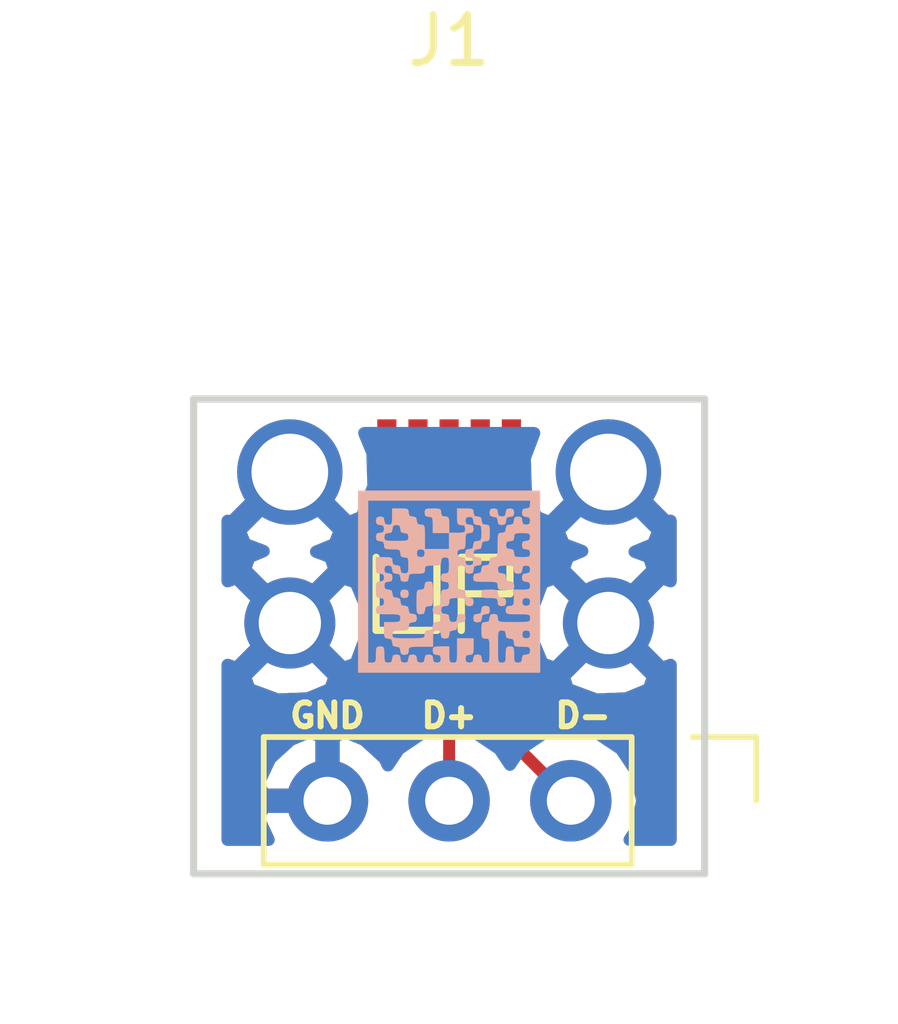
<source format=kicad_pcb>
(kicad_pcb (version 4) (host pcbnew 4.0.7)

  (general
    (links 8)
    (no_connects 0)
    (area 140.539 98.229 159.689 119.809619)
    (thickness 1.6)
    (drawings 7)
    (tracks 7)
    (zones 0)
    (modules 3)
    (nets 5)
  )

  (page A4)
  (layers
    (0 F.Cu signal)
    (31 B.Cu signal)
    (32 B.Adhes user)
    (33 F.Adhes user)
    (34 B.Paste user)
    (35 F.Paste user)
    (36 B.SilkS user)
    (37 F.SilkS user)
    (38 B.Mask user)
    (39 F.Mask user)
    (40 Dwgs.User user)
    (41 Cmts.User user)
    (42 Eco1.User user)
    (43 Eco2.User user)
    (44 Edge.Cuts user)
    (45 Margin user)
    (46 B.CrtYd user)
    (47 F.CrtYd user)
    (48 B.Fab user)
    (49 F.Fab user)
  )

  (setup
    (last_trace_width 0.25)
    (trace_clearance 0.2)
    (zone_clearance 0.508)
    (zone_45_only no)
    (trace_min 0.2)
    (segment_width 0.2)
    (edge_width 0.15)
    (via_size 0.6)
    (via_drill 0.4)
    (via_min_size 0.4)
    (via_min_drill 0.3)
    (uvia_size 0.3)
    (uvia_drill 0.1)
    (uvias_allowed no)
    (uvia_min_size 0.2)
    (uvia_min_drill 0.1)
    (pcb_text_width 0.3)
    (pcb_text_size 1.5 1.5)
    (mod_edge_width 0.15)
    (mod_text_size 1 1)
    (mod_text_width 0.15)
    (pad_size 1.524 1.524)
    (pad_drill 0.762)
    (pad_to_mask_clearance 0.2)
    (aux_axis_origin 0 0)
    (visible_elements 7FFFFFFF)
    (pcbplotparams
      (layerselection 0x010f0_80000001)
      (usegerberextensions true)
      (excludeedgelayer true)
      (linewidth 0.100000)
      (plotframeref false)
      (viasonmask false)
      (mode 1)
      (useauxorigin false)
      (hpglpennumber 1)
      (hpglpenspeed 20)
      (hpglpendiameter 15)
      (hpglpenoverlay 2)
      (psnegative false)
      (psa4output false)
      (plotreference true)
      (plotvalue true)
      (plotinvisibletext false)
      (padsonsilk false)
      (subtractmaskfromsilk false)
      (outputformat 1)
      (mirror false)
      (drillshape 0)
      (scaleselection 1)
      (outputdirectory Gerbers/1.0/))
  )

  (net 0 "")
  (net 1 GND)
  (net 2 "Net-(J1-Pad3)")
  (net 3 "Net-(J1-Pad2)")
  (net 4 "Net-(J1-Pad1)")

  (net_class Default "This is the default net class."
    (clearance 0.2)
    (trace_width 0.25)
    (via_dia 0.6)
    (via_drill 0.4)
    (uvia_dia 0.3)
    (uvia_drill 0.1)
    (add_net GND)
    (add_net "Net-(J1-Pad1)")
    (add_net "Net-(J1-Pad2)")
    (add_net "Net-(J1-Pad3)")
  )

  (module Pin_Headers:Pin_Header_Straight_1x04_Pitch2.54mm (layer F.Cu) (tedit 5BCA7B45) (tstamp 5BCA702E)
    (at 155.194 115.062 270)
    (descr "Through hole straight pin header, 1x04, 2.54mm pitch, single row")
    (tags "Through hole pin header THT 1x04 2.54mm single row")
    (path /5BCA6928)
    (fp_text reference J2 (at -2.54 4.064 360) (layer F.SilkS) hide
      (effects (font (size 1 1) (thickness 0.15)))
    )
    (fp_text value Conn_01x04 (at 0 9.95 270) (layer F.Fab)
      (effects (font (size 1 1) (thickness 0.15)))
    )
    (fp_line (start -0.635 -1.27) (end 1.27 -1.27) (layer F.Fab) (width 0.1))
    (fp_line (start 1.27 -1.27) (end 1.27 8.89) (layer F.Fab) (width 0.1))
    (fp_line (start 1.27 8.89) (end -1.27 8.89) (layer F.Fab) (width 0.1))
    (fp_line (start -1.27 8.89) (end -1.27 -0.635) (layer F.Fab) (width 0.1))
    (fp_line (start -1.27 -0.635) (end -0.635 -1.27) (layer F.Fab) (width 0.1))
    (fp_line (start -1.33 8.95) (end 1.33 8.95) (layer F.SilkS) (width 0.12))
    (fp_line (start -1.33 1.27) (end -1.33 8.95) (layer F.SilkS) (width 0.12))
    (fp_line (start 1.33 1.27) (end 1.33 8.95) (layer F.SilkS) (width 0.12))
    (fp_line (start -1.33 1.27) (end 1.33 1.27) (layer F.SilkS) (width 0.12))
    (fp_line (start -1.33 0) (end -1.33 -1.33) (layer F.SilkS) (width 0.12))
    (fp_line (start -1.33 -1.33) (end 0 -1.33) (layer F.SilkS) (width 0.12))
    (fp_line (start -1.8 -1.8) (end -1.8 9.4) (layer F.CrtYd) (width 0.05))
    (fp_line (start -1.8 9.4) (end 1.8 9.4) (layer F.CrtYd) (width 0.05))
    (fp_line (start 1.8 9.4) (end 1.8 -1.8) (layer F.CrtYd) (width 0.05))
    (fp_line (start 1.8 -1.8) (end -1.8 -1.8) (layer F.CrtYd) (width 0.05))
    (fp_text user %R (at 0 3.81 360) (layer F.Fab)
      (effects (font (size 1 1) (thickness 0.15)))
    )
    (pad 2 thru_hole oval (at 0 2.54 270) (size 1.7 1.7) (drill 1) (layers *.Cu *.Mask)
      (net 3 "Net-(J1-Pad2)"))
    (pad 3 thru_hole oval (at 0 5.08 270) (size 1.7 1.7) (drill 1) (layers *.Cu *.Mask)
      (net 2 "Net-(J1-Pad3)"))
    (pad 4 thru_hole oval (at 0 7.62 270) (size 1.7 1.7) (drill 1) (layers *.Cu *.Mask)
      (net 1 GND))
    (model ${KISYS3DMOD}/Pin_Headers.3dshapes/Pin_Header_Straight_1x04_Pitch2.54mm.wrl
      (at (xyz 0 0 0))
      (scale (xyz 1 1 1))
      (rotate (xyz 0 0 0))
    )
  )

  (module USBVERT:USB_MICROB_MALE_VERTICAL (layer F.Cu) (tedit 5BCA6D6F) (tstamp 5BCA7026)
    (at 150.114 108.204 180)
    (path /5BCA67E9)
    (fp_text reference J1 (at 0 9 180) (layer F.SilkS)
      (effects (font (size 1 1) (thickness 0.15)))
    )
    (fp_text value USB_OTG (at 0 -9 180) (layer F.Fab)
      (effects (font (size 1 1) (thickness 0.15)))
    )
    (fp_line (start -1.27 -1.778) (end -0.254 -1.778) (layer F.SilkS) (width 0.15))
    (fp_line (start -0.254 -1.778) (end -0.254 -3.302) (layer F.SilkS) (width 0.15))
    (fp_line (start -0.254 -3.302) (end -0.254 -2.54) (layer F.SilkS) (width 0.15))
    (fp_line (start -0.254 -2.54) (end -1.27 -2.54) (layer F.SilkS) (width 0.15))
    (fp_line (start -1.27 -2.54) (end -1.27 -1.778) (layer F.SilkS) (width 0.15))
    (fp_line (start 1.524 -1.778) (end 1.524 -3.302) (layer F.SilkS) (width 0.15))
    (fp_line (start 1.524 -3.302) (end 0.254 -3.302) (layer F.SilkS) (width 0.15))
    (fp_line (start 0.254 -3.302) (end 0.254 -1.778) (layer F.SilkS) (width 0.15))
    (pad "" np_thru_hole circle (at 8.275 -2.23 180) (size 2.2 2.2) (drill 2.2) (layers *.Cu *.Mask))
    (pad 6 thru_hole circle (at 3.325 -3.15 180) (size 1.9 1.9) (drill 1.3) (layers *.Cu *.Mask)
      (net 1 GND))
    (pad 6 thru_hole circle (at 3.325 0 180) (size 2.2 2.2) (drill 1.6) (layers *.Cu *.Mask)
      (net 1 GND))
    (pad 5 smd rect (at 1.3 0 180) (size 0.4 2.2) (layers F.Cu F.Paste F.Mask)
      (net 1 GND))
    (pad 4 smd rect (at 0.65 0 180) (size 0.4 2.2) (layers F.Cu F.Paste F.Mask)
      (net 1 GND))
    (pad 3 smd rect (at 0 0 180) (size 0.4 2.2) (layers F.Cu F.Paste F.Mask)
      (net 2 "Net-(J1-Pad3)"))
    (pad 2 smd rect (at -0.65 0 180) (size 0.4 2.2) (layers F.Cu F.Paste F.Mask)
      (net 3 "Net-(J1-Pad2)"))
    (pad 1 smd rect (at -1.3 0 180) (size 0.4 2.2) (layers F.Cu F.Paste F.Mask)
      (net 4 "Net-(J1-Pad1)"))
    (pad 6 thru_hole circle (at -3.325 0 180) (size 2.2 2.2) (drill 1.6) (layers *.Cu *.Mask)
      (net 1 GND))
    (pad 6 thru_hole circle (at -3.325 -3.15 180) (size 1.9 1.9) (drill 1.3) (layers *.Cu *.Mask)
      (net 1 GND))
    (pad "" np_thru_hole circle (at -8.275 -2.23 180) (size 2.2 2.2) (drill 2.2) (layers *.Cu *.Mask))
  )

  (module USBVERT:QR_Code (layer B.Cu) (tedit 0) (tstamp 5BCA7B9A)
    (at 150.114 110.49)
    (fp_text reference G*** (at 0 0) (layer B.SilkS) hide
      (effects (font (thickness 0.3)) (justify mirror))
    )
    (fp_text value LOGO (at 0.75 0) (layer B.SilkS) hide
      (effects (font (thickness 0.3)) (justify mirror))
    )
    (fp_poly (pts (xy 1.896533 -1.896533) (xy -1.896533 -1.896533) (xy -1.896533 1.693333) (xy -1.693333 1.693333)
      (xy -1.693333 -1.693333) (xy 1.693333 -1.693333) (xy 1.693333 -1.608666) (xy 1.679345 -1.544218)
      (xy 1.624269 -1.524357) (xy 1.608666 -1.524) (xy 1.544218 -1.510012) (xy 1.524357 -1.454936)
      (xy 1.524 -1.439333) (xy 1.537988 -1.374884) (xy 1.593064 -1.355024) (xy 1.608666 -1.354667)
      (xy 1.673115 -1.340679) (xy 1.692976 -1.285603) (xy 1.693333 -1.27) (xy 1.679345 -1.205551)
      (xy 1.624269 -1.185691) (xy 1.608666 -1.185333) (xy 1.544218 -1.199321) (xy 1.524357 -1.254397)
      (xy 1.524 -1.27) (xy 1.510012 -1.334449) (xy 1.454936 -1.354309) (xy 1.439333 -1.354667)
      (xy 1.374884 -1.340679) (xy 1.355024 -1.285603) (xy 1.354667 -1.27) (xy 1.340679 -1.205551)
      (xy 1.285603 -1.185691) (xy 1.27 -1.185333) (xy 1.205551 -1.171345) (xy 1.185691 -1.116269)
      (xy 1.185333 -1.100667) (xy 1.171345 -1.036218) (xy 1.116269 -1.016357) (xy 1.100667 -1.016)
      (xy 1.057601 -1.012834) (xy 1.032358 -0.993826) (xy 1.02018 -0.944708) (xy 1.016311 -0.851213)
      (xy 1.016 -0.762) (xy 1.185333 -0.762) (xy 1.199321 -0.826449) (xy 1.254397 -0.846309)
      (xy 1.27 -0.846667) (xy 1.334449 -0.860654) (xy 1.354309 -0.91573) (xy 1.354667 -0.931333)
      (xy 1.360157 -0.981582) (xy 1.388175 -1.00665) (xy 1.456042 -1.015198) (xy 1.524 -1.016)
      (xy 1.624497 -1.013255) (xy 1.674633 -0.999246) (xy 1.691729 -0.965312) (xy 1.693333 -0.931333)
      (xy 1.679345 -0.866884) (xy 1.624269 -0.847024) (xy 1.608666 -0.846667) (xy 1.544218 -0.832679)
      (xy 1.524357 -0.777603) (xy 1.524 -0.762) (xy 1.537988 -0.697551) (xy 1.593064 -0.677691)
      (xy 1.608666 -0.677333) (xy 1.673115 -0.663345) (xy 1.692976 -0.608269) (xy 1.693333 -0.592667)
      (xy 1.687843 -0.542418) (xy 1.659825 -0.51735) (xy 1.591957 -0.508802) (xy 1.524 -0.508)
      (xy 1.423502 -0.510745) (xy 1.373366 -0.524754) (xy 1.356271 -0.558688) (xy 1.354667 -0.592667)
      (xy 1.340679 -0.657115) (xy 1.285603 -0.676976) (xy 1.27 -0.677333) (xy 1.205551 -0.691321)
      (xy 1.185691 -0.746397) (xy 1.185333 -0.762) (xy 1.016 -0.762) (xy 1.014945 -0.632805)
      (xy 1.008609 -0.557074) (xy 0.992236 -0.520539) (xy 0.961071 -0.508934) (xy 0.931333 -0.508)
      (xy 0.866884 -0.494012) (xy 0.847024 -0.438936) (xy 0.846667 -0.423333) (xy 0.832679 -0.358884)
      (xy 0.777603 -0.339024) (xy 0.762 -0.338667) (xy 0.697551 -0.324679) (xy 0.677691 -0.269603)
      (xy 0.677333 -0.254) (xy 0.663345 -0.189551) (xy 0.608269 -0.169691) (xy 0.592667 -0.169333)
      (xy 0.528218 -0.155345) (xy 0.508357 -0.100269) (xy 0.508 -0.084666) (xy 0.511165 -0.041601)
      (xy 0.530173 -0.016358) (xy 0.579291 -0.00418) (xy 0.672786 -0.000311) (xy 0.762 0)
      (xy 0.891195 0.001055) (xy 0.966926 0.007391) (xy 1.003461 0.023764) (xy 1.015066 0.054929)
      (xy 1.016 0.084667) (xy 1.02149 0.134916) (xy 1.049508 0.159984) (xy 1.117376 0.168531)
      (xy 1.185333 0.169334) (xy 1.285831 0.166588) (xy 1.335967 0.152579) (xy 1.353062 0.118646)
      (xy 1.354667 0.084667) (xy 1.340679 0.020218) (xy 1.285603 0.000358) (xy 1.27 0)
      (xy 1.205551 -0.013988) (xy 1.185691 -0.069064) (xy 1.185333 -0.084666) (xy 1.171345 -0.149115)
      (xy 1.116269 -0.168976) (xy 1.100667 -0.169333) (xy 1.036218 -0.183321) (xy 1.016357 -0.238397)
      (xy 1.016 -0.254) (xy 1.02149 -0.304249) (xy 1.049508 -0.329317) (xy 1.117376 -0.337864)
      (xy 1.185333 -0.338667) (xy 1.285831 -0.335921) (xy 1.335967 -0.321912) (xy 1.353062 -0.287979)
      (xy 1.354667 -0.254) (xy 1.368654 -0.189551) (xy 1.42373 -0.169691) (xy 1.439333 -0.169333)
      (xy 1.503782 -0.183321) (xy 1.523642 -0.238397) (xy 1.524 -0.254) (xy 1.537988 -0.318449)
      (xy 1.593064 -0.338309) (xy 1.608666 -0.338667) (xy 1.673115 -0.324679) (xy 1.692976 -0.269603)
      (xy 1.693333 -0.254) (xy 1.679345 -0.189551) (xy 1.624269 -0.169691) (xy 1.608666 -0.169333)
      (xy 1.544218 -0.155345) (xy 1.524357 -0.100269) (xy 1.524 -0.084666) (xy 1.537988 -0.020218)
      (xy 1.593064 -0.000357) (xy 1.608666 0) (xy 1.673115 0.013988) (xy 1.692976 0.069064)
      (xy 1.693333 0.084667) (xy 1.687843 0.134916) (xy 1.659825 0.159984) (xy 1.591957 0.168531)
      (xy 1.524 0.169334) (xy 1.354667 0.169334) (xy 1.354667 0.338667) (xy 1.352354 0.423333)
      (xy 1.524 0.423333) (xy 1.537988 0.358885) (xy 1.593064 0.339024) (xy 1.608666 0.338667)
      (xy 1.673115 0.352655) (xy 1.692976 0.407731) (xy 1.693333 0.423333) (xy 1.679345 0.487782)
      (xy 1.624269 0.507643) (xy 1.608666 0.508) (xy 1.544218 0.494012) (xy 1.524357 0.438936)
      (xy 1.524 0.423333) (xy 1.352354 0.423333) (xy 1.351921 0.439164) (xy 1.337912 0.4893)
      (xy 1.303979 0.506396) (xy 1.27 0.508) (xy 1.205551 0.521988) (xy 1.185691 0.577064)
      (xy 1.185333 0.592667) (xy 1.188499 0.635732) (xy 1.207507 0.660976) (xy 1.256625 0.673154)
      (xy 1.35012 0.677022) (xy 1.439333 0.677333) (xy 1.568528 0.678389) (xy 1.644259 0.684725)
      (xy 1.680794 0.701097) (xy 1.692399 0.732262) (xy 1.693333 0.762) (xy 1.691272 0.800423)
      (xy 1.676845 0.825003) (xy 1.637685 0.838834) (xy 1.561425 0.845006) (xy 1.435701 0.846611)
      (xy 1.354667 0.846667) (xy 1.200977 0.846152) (xy 1.102654 0.842545) (xy 1.047332 0.832755)
      (xy 1.022644 0.81369) (xy 1.016224 0.782259) (xy 1.016 0.762) (xy 1.002012 0.697551)
      (xy 0.946936 0.677691) (xy 0.931333 0.677333) (xy 0.866884 0.691321) (xy 0.847024 0.746397)
      (xy 0.846667 0.762) (xy 0.832679 0.826449) (xy 0.777603 0.846309) (xy 0.762 0.846667)
      (xy 0.711751 0.852157) (xy 0.686683 0.880175) (xy 0.678135 0.948043) (xy 0.677333 1.016)
      (xy 0.680078 1.116498) (xy 0.694087 1.166634) (xy 0.728021 1.183729) (xy 0.762 1.185333)
      (xy 0.805065 1.188499) (xy 0.830309 1.207507) (xy 0.842487 1.256625) (xy 0.846355 1.35012)
      (xy 0.84637 1.354667) (xy 1.016 1.354667) (xy 1.016515 1.200977) (xy 1.020122 1.102654)
      (xy 1.029912 1.047332) (xy 1.048977 1.022644) (xy 1.080408 1.016224) (xy 1.100667 1.016)
      (xy 1.165115 1.029988) (xy 1.184976 1.085064) (xy 1.185333 1.100667) (xy 1.524 1.100667)
      (xy 1.537988 1.036218) (xy 1.593064 1.016358) (xy 1.608666 1.016) (xy 1.673115 1.029988)
      (xy 1.692976 1.085064) (xy 1.693333 1.100667) (xy 1.679345 1.165116) (xy 1.624269 1.184976)
      (xy 1.608666 1.185333) (xy 1.544218 1.171346) (xy 1.524357 1.11627) (xy 1.524 1.100667)
      (xy 1.185333 1.100667) (xy 1.199321 1.165116) (xy 1.254397 1.184976) (xy 1.27 1.185333)
      (xy 1.334449 1.199321) (xy 1.354309 1.254397) (xy 1.354667 1.27) (xy 1.360157 1.320249)
      (xy 1.388175 1.345317) (xy 1.456042 1.353865) (xy 1.524 1.354667) (xy 1.624497 1.357412)
      (xy 1.674633 1.371421) (xy 1.691729 1.405355) (xy 1.693333 1.439334) (xy 1.679345 1.503782)
      (xy 1.624269 1.523643) (xy 1.608666 1.524) (xy 1.544218 1.537988) (xy 1.524357 1.593064)
      (xy 1.524 1.608667) (xy 1.510012 1.673116) (xy 1.454936 1.692976) (xy 1.439333 1.693333)
      (xy 1.389084 1.687843) (xy 1.364016 1.659825) (xy 1.355469 1.591958) (xy 1.354667 1.524)
      (xy 1.351921 1.423503) (xy 1.337912 1.373367) (xy 1.303979 1.356271) (xy 1.27 1.354667)
      (xy 1.219751 1.360157) (xy 1.194683 1.388175) (xy 1.186135 1.456043) (xy 1.185333 1.524)
      (xy 1.182588 1.624498) (xy 1.168579 1.674634) (xy 1.134645 1.691729) (xy 1.100667 1.693333)
      (xy 1.062244 1.691272) (xy 1.037663 1.676845) (xy 1.023833 1.637685) (xy 1.017661 1.561426)
      (xy 1.016056 1.435701) (xy 1.016 1.354667) (xy 0.84637 1.354667) (xy 0.846667 1.439334)
      (xy 0.845611 1.568529) (xy 0.839275 1.64426) (xy 0.822903 1.680794) (xy 0.791738 1.6924)
      (xy 0.762 1.693333) (xy 0.697551 1.679346) (xy 0.677691 1.62427) (xy 0.677333 1.608667)
      (xy 0.663345 1.544218) (xy 0.608269 1.524358) (xy 0.592667 1.524) (xy 0.528218 1.537988)
      (xy 0.508357 1.593064) (xy 0.508 1.608667) (xy 0.494012 1.673116) (xy 0.438936 1.692976)
      (xy 0.423333 1.693333) (xy 0.358884 1.679346) (xy 0.339024 1.62427) (xy 0.338667 1.608667)
      (xy 0.352654 1.544218) (xy 0.40773 1.524358) (xy 0.423333 1.524) (xy 0.473582 1.51851)
      (xy 0.49865 1.490492) (xy 0.507198 1.422624) (xy 0.508 1.354667) (xy 0.508 1.185333)
      (xy 0.169333 1.185333) (xy 0.169333 1.439334) (xy 0.168278 1.568529) (xy 0.161942 1.64426)
      (xy 0.145569 1.680794) (xy 0.114404 1.6924) (xy 0.084666 1.693333) (xy 0.034418 1.687843)
      (xy 0.00935 1.659825) (xy 0.000802 1.591958) (xy 0 1.524) (xy 0 1.354667)
      (xy -0.169334 1.354667) (xy -0.269831 1.357412) (xy -0.319967 1.371421) (xy -0.337063 1.405355)
      (xy -0.338667 1.439334) (xy -0.324679 1.503782) (xy -0.269603 1.523643) (xy -0.254 1.524)
      (xy -0.189551 1.537988) (xy -0.169691 1.593064) (xy -0.169334 1.608667) (xy -0.183321 1.673116)
      (xy -0.238397 1.692976) (xy -0.254 1.693333) (xy -0.318449 1.679346) (xy -0.338309 1.62427)
      (xy -0.338667 1.608667) (xy -0.352655 1.544218) (xy -0.407731 1.524358) (xy -0.423333 1.524)
      (xy -0.487782 1.537988) (xy -0.507643 1.593064) (xy -0.508 1.608667) (xy -0.521988 1.673116)
      (xy -0.577064 1.692976) (xy -0.592667 1.693333) (xy -0.657116 1.679346) (xy -0.676976 1.62427)
      (xy -0.677333 1.608667) (xy -0.691321 1.544218) (xy -0.746397 1.524358) (xy -0.762 1.524)
      (xy -0.826449 1.537988) (xy -0.846309 1.593064) (xy -0.846667 1.608667) (xy -0.860655 1.673116)
      (xy -0.915731 1.692976) (xy -0.931334 1.693333) (xy -0.995782 1.679346) (xy -1.015643 1.62427)
      (xy -1.016 1.608667) (xy -1.029988 1.544218) (xy -1.085064 1.524358) (xy -1.100667 1.524)
      (xy -1.165116 1.537988) (xy -1.184976 1.593064) (xy -1.185333 1.608667) (xy -1.199321 1.673116)
      (xy -1.254397 1.692976) (xy -1.27 1.693333) (xy -1.320249 1.687843) (xy -1.345317 1.659825)
      (xy -1.353865 1.591958) (xy -1.354667 1.524) (xy -1.357412 1.423503) (xy -1.371421 1.373367)
      (xy -1.405355 1.356271) (xy -1.439334 1.354667) (xy -1.489582 1.360157) (xy -1.51465 1.388175)
      (xy -1.523198 1.456043) (xy -1.524 1.524) (xy -1.526745 1.624498) (xy -1.540754 1.674634)
      (xy -1.574688 1.691729) (xy -1.608667 1.693333) (xy -1.693333 1.693333) (xy -1.896533 1.693333)
      (xy -1.896533 1.896533) (xy 1.896533 1.896533) (xy 1.896533 -1.896533)) (layer B.SilkS) (width 0.01))
    (fp_poly (pts (xy 0 -0.677333) (xy -0.508 -0.677333) (xy -0.508 -0.931333) (xy -0.509055 -1.060528)
      (xy -0.515391 -1.136259) (xy -0.531764 -1.172794) (xy -0.562929 -1.184399) (xy -0.592667 -1.185333)
      (xy -0.657116 -1.199321) (xy -0.676976 -1.254397) (xy -0.677333 -1.27) (xy -0.691321 -1.334449)
      (xy -0.746397 -1.354309) (xy -0.762 -1.354667) (xy -0.826449 -1.368654) (xy -0.846309 -1.42373)
      (xy -0.846667 -1.439333) (xy -0.852157 -1.489582) (xy -0.880175 -1.51465) (xy -0.948043 -1.523198)
      (xy -1.016 -1.524) (xy -1.185333 -1.524) (xy -1.185333 -1.354667) (xy -1.188079 -1.254169)
      (xy -1.202088 -1.204033) (xy -1.236021 -1.186937) (xy -1.27 -1.185333) (xy -1.334449 -1.199321)
      (xy -1.354309 -1.254397) (xy -1.354667 -1.27) (xy -1.368655 -1.334449) (xy -1.423731 -1.354309)
      (xy -1.439334 -1.354667) (xy -1.503782 -1.340679) (xy -1.523643 -1.285603) (xy -1.524 -1.27)
      (xy -1.510012 -1.205551) (xy -1.454936 -1.185691) (xy -1.439334 -1.185333) (xy -1.374885 -1.171345)
      (xy -1.355024 -1.116269) (xy -1.354667 -1.100667) (xy -1.368655 -1.036218) (xy -1.423731 -1.016357)
      (xy -1.439334 -1.016) (xy -1.503782 -1.002012) (xy -1.523643 -0.946936) (xy -1.524 -0.931333)
      (xy -1.354667 -0.931333) (xy -1.340679 -0.995782) (xy -1.285603 -1.015642) (xy -1.27 -1.016)
      (xy -1.205551 -1.029988) (xy -1.185691 -1.085064) (xy -1.185333 -1.100667) (xy -1.171346 -1.165115)
      (xy -1.11627 -1.184976) (xy -1.100667 -1.185333) (xy -1.036218 -1.171345) (xy -1.016358 -1.116269)
      (xy -1.016 -1.100667) (xy -1.002012 -1.036218) (xy -0.946936 -1.016357) (xy -0.931334 -1.016)
      (xy -0.866885 -1.002012) (xy -0.847024 -0.946936) (xy -0.846667 -0.931333) (xy -0.849832 -0.888268)
      (xy -0.86884 -0.863024) (xy -0.917958 -0.850846) (xy -1.011453 -0.846978) (xy -1.100667 -0.846667)
      (xy -1.229862 -0.847722) (xy -1.305593 -0.854058) (xy -1.342128 -0.87043) (xy -1.353733 -0.901595)
      (xy -1.354667 -0.931333) (xy -1.524 -0.931333) (xy -1.510012 -0.866884) (xy -1.454936 -0.847024)
      (xy -1.439334 -0.846667) (xy -1.374885 -0.832679) (xy -1.355024 -0.777603) (xy -1.354667 -0.762)
      (xy -1.349177 -0.711751) (xy -1.321159 -0.686683) (xy -1.253291 -0.678135) (xy -1.185333 -0.677333)
      (xy -1.084836 -0.674588) (xy -1.0347 -0.660579) (xy -1.017604 -0.626645) (xy -1.016 -0.592667)
      (xy -0.677333 -0.592667) (xy -0.663346 -0.657115) (xy -0.60827 -0.676976) (xy -0.592667 -0.677333)
      (xy -0.528218 -0.663345) (xy -0.508358 -0.608269) (xy -0.508 -0.592667) (xy 0.169333 -0.592667)
      (xy 0.183321 -0.657115) (xy 0.238397 -0.676976) (xy 0.254 -0.677333) (xy 0.304249 -0.682823)
      (xy 0.329317 -0.710841) (xy 0.337864 -0.778709) (xy 0.338667 -0.846667) (xy 0.341412 -0.947164)
      (xy 0.355421 -0.9973) (xy 0.389354 -1.014396) (xy 0.423333 -1.016) (xy 0.487782 -1.029988)
      (xy 0.507642 -1.085064) (xy 0.508 -1.100667) (xy 0.494012 -1.165115) (xy 0.438936 -1.184976)
      (xy 0.423333 -1.185333) (xy 0.358884 -1.199321) (xy 0.339024 -1.254397) (xy 0.338667 -1.27)
      (xy 0.352654 -1.334449) (xy 0.40773 -1.354309) (xy 0.423333 -1.354667) (xy 0.487782 -1.340679)
      (xy 0.507642 -1.285603) (xy 0.508 -1.27) (xy 0.521988 -1.205551) (xy 0.577064 -1.185691)
      (xy 0.592667 -1.185333) (xy 0.642915 -1.179843) (xy 0.667983 -1.151825) (xy 0.676531 -1.083957)
      (xy 0.677333 -1.016) (xy 0.674588 -0.915502) (xy 0.660579 -0.865366) (xy 0.626645 -0.848271)
      (xy 0.592667 -0.846667) (xy 0.528218 -0.832679) (xy 0.508357 -0.777603) (xy 0.508 -0.762)
      (xy 0.494012 -0.697551) (xy 0.438936 -0.677691) (xy 0.423333 -0.677333) (xy 0.358884 -0.663345)
      (xy 0.339024 -0.608269) (xy 0.338667 -0.592667) (xy 0.352654 -0.528218) (xy 0.40773 -0.508357)
      (xy 0.423333 -0.508) (xy 0.487782 -0.494012) (xy 0.507642 -0.438936) (xy 0.508 -0.423333)
      (xy 0.494012 -0.358884) (xy 0.438936 -0.339024) (xy 0.423333 -0.338667) (xy 0.358884 -0.352654)
      (xy 0.339024 -0.40773) (xy 0.338667 -0.423333) (xy 0.324679 -0.487782) (xy 0.269603 -0.507642)
      (xy 0.254 -0.508) (xy 0.189551 -0.521988) (xy 0.169691 -0.577064) (xy 0.169333 -0.592667)
      (xy -0.508 -0.592667) (xy -0.521988 -0.528218) (xy -0.577064 -0.508357) (xy -0.592667 -0.508)
      (xy -0.657116 -0.521988) (xy -0.676976 -0.577064) (xy -0.677333 -0.592667) (xy -1.016 -0.592667)
      (xy -1.002012 -0.528218) (xy -0.946936 -0.508357) (xy -0.931334 -0.508) (xy -0.881085 -0.50251)
      (xy -0.856017 -0.474492) (xy -0.847469 -0.406624) (xy -0.846667 -0.338667) (xy -0.849412 -0.238169)
      (xy -0.863421 -0.188033) (xy -0.897355 -0.170937) (xy -0.931334 -0.169333) (xy -0.995782 -0.183321)
      (xy -1.015643 -0.238397) (xy -1.016 -0.254) (xy -1.029988 -0.318449) (xy -1.085064 -0.338309)
      (xy -1.100667 -0.338667) (xy -1.165116 -0.352654) (xy -1.184976 -0.40773) (xy -1.185333 -0.423333)
      (xy -1.190824 -0.473582) (xy -1.218842 -0.49865) (xy -1.286709 -0.507198) (xy -1.354667 -0.508)
      (xy -1.524 -0.508) (xy -1.524 -0.338667) (xy -1.521255 -0.238169) (xy -1.507246 -0.188033)
      (xy -1.473312 -0.170937) (xy -1.439334 -0.169333) (xy -1.374885 -0.155345) (xy -1.355024 -0.100269)
      (xy -1.354667 -0.084666) (xy -1.368655 -0.020218) (xy -1.423731 -0.000357) (xy -1.439334 0)
      (xy -1.489582 0.00549) (xy -1.51465 0.033508) (xy -1.521093 0.084667) (xy -1.354667 0.084667)
      (xy -1.340679 0.020218) (xy -1.285603 0.000358) (xy -1.27 0) (xy -1.205551 -0.013988)
      (xy -1.185691 -0.069064) (xy -1.185333 -0.084666) (xy -1.199321 -0.149115) (xy -1.254397 -0.168976)
      (xy -1.27 -0.169333) (xy -1.334449 -0.183321) (xy -1.354309 -0.238397) (xy -1.354667 -0.254)
      (xy -1.340679 -0.318449) (xy -1.285603 -0.338309) (xy -1.27 -0.338667) (xy -1.205551 -0.324679)
      (xy -1.185691 -0.269603) (xy -1.185333 -0.254) (xy -1.171346 -0.189551) (xy -1.11627 -0.169691)
      (xy -1.100667 -0.169333) (xy -1.036218 -0.155345) (xy -1.016358 -0.100269) (xy -1.016 -0.084666)
      (xy -1.002012 -0.020218) (xy -0.946936 -0.000357) (xy -0.931334 0) (xy -0.866885 -0.013988)
      (xy -0.847024 -0.069064) (xy -0.846667 -0.084666) (xy -0.841177 -0.134915) (xy -0.813159 -0.159983)
      (xy -0.745291 -0.168531) (xy -0.677333 -0.169333) (xy -0.576836 -0.172078) (xy -0.5267 -0.186087)
      (xy -0.509604 -0.220021) (xy -0.508 -0.254) (xy -0.50251 -0.304249) (xy -0.474492 -0.329317)
      (xy -0.406624 -0.337864) (xy -0.338667 -0.338667) (xy -0.238169 -0.341412) (xy -0.188033 -0.355421)
      (xy -0.170938 -0.389354) (xy -0.169334 -0.423333) (xy -0.155346 -0.487782) (xy -0.10027 -0.507642)
      (xy -0.084667 -0.508) (xy -0.034418 -0.50251) (xy -0.00935 -0.474492) (xy -0.000802 -0.406624)
      (xy 0 -0.338667) (xy -0.002745 -0.238169) (xy -0.016754 -0.188033) (xy -0.050688 -0.170937)
      (xy -0.084667 -0.169333) (xy -0.149116 -0.155345) (xy -0.168976 -0.100269) (xy -0.169334 -0.084666)
      (xy -0.155346 -0.020218) (xy -0.10027 -0.000357) (xy -0.084667 0) (xy -0.020218 0.013988)
      (xy -0.000358 0.069064) (xy 0 0.084667) (xy -0.013988 0.149116) (xy -0.069064 0.168976)
      (xy -0.084667 0.169334) (xy -0.134916 0.174824) (xy -0.159984 0.202842) (xy -0.168531 0.270709)
      (xy -0.169334 0.338667) (xy -0.172079 0.439164) (xy -0.186088 0.4893) (xy -0.220021 0.506396)
      (xy -0.254 0.508) (xy -0.318449 0.521988) (xy -0.338309 0.577064) (xy -0.338667 0.592667)
      (xy -0.324679 0.657116) (xy -0.269603 0.676976) (xy -0.254 0.677333) (xy -0.189551 0.691321)
      (xy -0.169691 0.746397) (xy -0.169334 0.762) (xy -0.183321 0.826449) (xy -0.238397 0.846309)
      (xy -0.254 0.846667) (xy -0.318449 0.860655) (xy -0.338309 0.915731) (xy -0.338667 0.931334)
      (xy -0.352655 0.995782) (xy -0.407731 1.015643) (xy -0.423333 1.016) (xy -0.487782 1.029988)
      (xy -0.507643 1.085064) (xy -0.508 1.100667) (xy -0.510061 1.139089) (xy -0.524489 1.16367)
      (xy -0.563649 1.177501) (xy -0.639908 1.183672) (xy -0.765633 1.185277) (xy -0.846667 1.185333)
      (xy -1.000357 1.184818) (xy -1.098679 1.181211) (xy -1.154002 1.171421) (xy -1.178689 1.152357)
      (xy -1.185109 1.120925) (xy -1.185333 1.100667) (xy -1.179843 1.050418) (xy -1.151825 1.02535)
      (xy -1.083958 1.016802) (xy -1.016 1.016) (xy -0.915503 1.013255) (xy -0.865367 0.999246)
      (xy -0.848271 0.965312) (xy -0.846667 0.931334) (xy -0.832679 0.866885) (xy -0.777603 0.847024)
      (xy -0.762 0.846667) (xy -0.697551 0.832679) (xy -0.677691 0.777603) (xy -0.677333 0.762)
      (xy -0.691321 0.697551) (xy -0.746397 0.677691) (xy -0.762 0.677333) (xy -0.826449 0.663346)
      (xy -0.846309 0.60827) (xy -0.846667 0.592667) (xy -0.860655 0.528218) (xy -0.915731 0.508358)
      (xy -0.931334 0.508) (xy -0.995782 0.494012) (xy -1.015643 0.438936) (xy -1.016 0.423333)
      (xy -1.029988 0.358885) (xy -1.085064 0.339024) (xy -1.100667 0.338667) (xy -1.165116 0.324679)
      (xy -1.184976 0.269603) (xy -1.185333 0.254) (xy -1.199321 0.189551) (xy -1.254397 0.169691)
      (xy -1.27 0.169334) (xy -1.334449 0.155346) (xy -1.354309 0.10027) (xy -1.354667 0.084667)
      (xy -1.521093 0.084667) (xy -1.523198 0.101376) (xy -1.524 0.169334) (xy -1.521255 0.269831)
      (xy -1.507246 0.319967) (xy -1.473312 0.337063) (xy -1.439334 0.338667) (xy -1.374885 0.352655)
      (xy -1.355024 0.407731) (xy -1.354667 0.423333) (xy -1.368655 0.487782) (xy -1.423731 0.507643)
      (xy -1.439334 0.508) (xy -1.503782 0.521988) (xy -1.523643 0.577064) (xy -1.524 0.592667)
      (xy -1.520835 0.635732) (xy -1.501827 0.660976) (xy -1.452709 0.673154) (xy -1.359214 0.677022)
      (xy -1.27 0.677333) (xy -1.140805 0.678389) (xy -1.065074 0.684725) (xy -1.028539 0.701097)
      (xy -1.016934 0.732262) (xy -1.016 0.762) (xy -1.02149 0.812249) (xy -1.049508 0.837317)
      (xy -1.117376 0.845865) (xy -1.185333 0.846667) (xy -1.354667 0.846667) (xy -1.354667 1.016)
      (xy -1.351922 1.116498) (xy -1.337913 1.166634) (xy -1.303979 1.183729) (xy -1.27 1.185333)
      (xy -1.205551 1.199321) (xy -1.185691 1.254397) (xy -1.185333 1.27) (xy -1.171346 1.334449)
      (xy -1.11627 1.354309) (xy -1.100667 1.354667) (xy -1.036218 1.368655) (xy -1.016358 1.423731)
      (xy -1.016 1.439334) (xy -1.002012 1.503782) (xy -0.946936 1.523643) (xy -0.931334 1.524)
      (xy -0.866885 1.510012) (xy -0.847024 1.454936) (xy -0.846667 1.439334) (xy -0.843501 1.396268)
      (xy -0.824493 1.371025) (xy -0.775375 1.358847) (xy -0.68188 1.354978) (xy -0.592667 1.354667)
      (xy -0.338667 1.354667) (xy -0.338667 1.185333) (xy -0.335922 1.084836) (xy -0.321913 1.0347)
      (xy -0.287979 1.017604) (xy -0.254 1.016) (xy -0.189551 1.029988) (xy -0.169691 1.085064)
      (xy -0.169334 1.100667) (xy -0.155346 1.165116) (xy -0.10027 1.184976) (xy -0.084667 1.185333)
      (xy -0.020218 1.171346) (xy -0.000358 1.11627) (xy 0 1.100667) (xy 0.013988 1.036218)
      (xy 0.069064 1.016358) (xy 0.084666 1.016) (xy 0.149115 1.002012) (xy 0.168976 0.946936)
      (xy 0.169333 0.931334) (xy 0.183321 0.866885) (xy 0.238397 0.847024) (xy 0.254 0.846667)
      (xy 0.318449 0.832679) (xy 0.338309 0.777603) (xy 0.338667 0.762) (xy 0.324679 0.697551)
      (xy 0.269603 0.677691) (xy 0.254 0.677333) (xy 0.189551 0.691321) (xy 0.169691 0.746397)
      (xy 0.169333 0.762) (xy 0.155345 0.826449) (xy 0.100269 0.846309) (xy 0.084666 0.846667)
      (xy 0.020218 0.832679) (xy 0.000357 0.777603) (xy 0 0.762) (xy -0.013988 0.697551)
      (xy -0.069064 0.677691) (xy -0.084667 0.677333) (xy -0.149116 0.663346) (xy -0.168976 0.60827)
      (xy -0.169334 0.592667) (xy -0.155346 0.528218) (xy -0.10027 0.508358) (xy -0.084667 0.508)
      (xy -0.020218 0.494012) (xy -0.000358 0.438936) (xy 0 0.423333) (xy 0.00549 0.373085)
      (xy 0.033508 0.348017) (xy 0.101376 0.339469) (xy 0.169333 0.338667) (xy 0.269831 0.341412)
      (xy 0.319967 0.355421) (xy 0.337062 0.389355) (xy 0.338667 0.423333) (xy 0.352654 0.487782)
      (xy 0.40773 0.507643) (xy 0.423333 0.508) (xy 0.487782 0.494012) (xy 0.507642 0.438936)
      (xy 0.508 0.423333) (xy 0.494012 0.358885) (xy 0.438936 0.339024) (xy 0.423333 0.338667)
      (xy 0.358884 0.324679) (xy 0.339024 0.269603) (xy 0.338667 0.254) (xy 0.324679 0.189551)
      (xy 0.269603 0.169691) (xy 0.254 0.169334) (xy 0.210935 0.166168) (xy 0.185691 0.14716)
      (xy 0.173513 0.098042) (xy 0.169644 0.004547) (xy 0.169333 -0.084666) (xy 0.170388 -0.213862)
      (xy 0.176724 -0.289593) (xy 0.193097 -0.326127) (xy 0.224262 -0.337733) (xy 0.254 -0.338667)
      (xy 0.318449 -0.324679) (xy 0.338309 -0.269603) (xy 0.338667 -0.254) (xy 0.352654 -0.189551)
      (xy 0.40773 -0.169691) (xy 0.423333 -0.169333) (xy 0.487782 -0.183321) (xy 0.507642 -0.238397)
      (xy 0.508 -0.254) (xy 0.521988 -0.318449) (xy 0.577064 -0.338309) (xy 0.592667 -0.338667)
      (xy 0.657115 -0.352654) (xy 0.676976 -0.40773) (xy 0.677333 -0.423333) (xy 0.663345 -0.487782)
      (xy 0.608269 -0.507642) (xy 0.592667 -0.508) (xy 0.528218 -0.521988) (xy 0.508357 -0.577064)
      (xy 0.508 -0.592667) (xy 0.521988 -0.657115) (xy 0.577064 -0.676976) (xy 0.592667 -0.677333)
      (xy 0.657115 -0.691321) (xy 0.676976 -0.746397) (xy 0.677333 -0.762) (xy 0.691321 -0.826449)
      (xy 0.746397 -0.846309) (xy 0.762 -0.846667) (xy 0.812249 -0.852157) (xy 0.837317 -0.880175)
      (xy 0.845864 -0.948042) (xy 0.846667 -1.016) (xy 0.843921 -1.116497) (xy 0.829912 -1.166633)
      (xy 0.795979 -1.183729) (xy 0.762 -1.185333) (xy 0.697551 -1.199321) (xy 0.677691 -1.254397)
      (xy 0.677333 -1.27) (xy 0.663345 -1.334449) (xy 0.608269 -1.354309) (xy 0.592667 -1.354667)
      (xy 0.528218 -1.368654) (xy 0.508357 -1.42373) (xy 0.508 -1.439333) (xy 0.50251 -1.489582)
      (xy 0.474492 -1.51465) (xy 0.406624 -1.523198) (xy 0.338667 -1.524) (xy 0.169333 -1.524)
      (xy 0.169333 -1.354667) (xy 0.172078 -1.254169) (xy 0.186087 -1.204033) (xy 0.220021 -1.186937)
      (xy 0.254 -1.185333) (xy 0.318449 -1.171345) (xy 0.338309 -1.116269) (xy 0.338667 -1.100667)
      (xy 0.333176 -1.050418) (xy 0.305158 -1.02535) (xy 0.237291 -1.016802) (xy 0.169333 -1.016)
      (xy 0 -1.016) (xy 0 -0.677333)) (layer B.SilkS) (width 0.01))
    (fp_poly (pts (xy 0 -1.185333) (xy -0.002745 -1.285831) (xy -0.016754 -1.335967) (xy -0.050688 -1.353062)
      (xy -0.084667 -1.354667) (xy -0.149116 -1.368654) (xy -0.168976 -1.42373) (xy -0.169334 -1.439333)
      (xy -0.174824 -1.489582) (xy -0.202842 -1.51465) (xy -0.270709 -1.523198) (xy -0.338667 -1.524)
      (xy -0.439164 -1.521255) (xy -0.4893 -1.507246) (xy -0.506396 -1.473312) (xy -0.508 -1.439333)
      (xy -0.494012 -1.374884) (xy -0.438936 -1.355024) (xy -0.423333 -1.354667) (xy -0.373085 -1.349176)
      (xy -0.348017 -1.321158) (xy -0.339469 -1.253291) (xy -0.338667 -1.185333) (xy -0.338667 -1.016)
      (xy 0 -1.016) (xy 0 -1.185333)) (layer B.SilkS) (width 0.01))
    (fp_poly (pts (xy 1.165115 -1.199321) (xy 1.184976 -1.254397) (xy 1.185333 -1.27) (xy 1.199321 -1.334449)
      (xy 1.254397 -1.354309) (xy 1.27 -1.354667) (xy 1.334449 -1.368654) (xy 1.354309 -1.42373)
      (xy 1.354667 -1.439333) (xy 1.340679 -1.503782) (xy 1.285603 -1.523642) (xy 1.27 -1.524)
      (xy 1.205551 -1.510012) (xy 1.185691 -1.454936) (xy 1.185333 -1.439333) (xy 1.171345 -1.374884)
      (xy 1.116269 -1.355024) (xy 1.100667 -1.354667) (xy 1.036218 -1.368654) (xy 1.016357 -1.42373)
      (xy 1.016 -1.439333) (xy 1.002012 -1.503782) (xy 0.946936 -1.523642) (xy 0.931333 -1.524)
      (xy 0.866884 -1.510012) (xy 0.847024 -1.454936) (xy 0.846667 -1.439333) (xy 0.860654 -1.374884)
      (xy 0.91573 -1.355024) (xy 0.931333 -1.354667) (xy 0.995782 -1.340679) (xy 1.015642 -1.285603)
      (xy 1.016 -1.27) (xy 1.029988 -1.205551) (xy 1.085064 -1.185691) (xy 1.100667 -1.185333)
      (xy 1.165115 -1.199321)) (layer B.SilkS) (width 0.01))
    (fp_poly (pts (xy 1.165115 0.494012) (xy 1.184976 0.438936) (xy 1.185333 0.423333) (xy 1.171345 0.358885)
      (xy 1.116269 0.339024) (xy 1.100667 0.338667) (xy 1.036218 0.324679) (xy 1.016357 0.269603)
      (xy 1.016 0.254) (xy 1.01051 0.203751) (xy 0.982492 0.178683) (xy 0.914624 0.170136)
      (xy 0.846667 0.169334) (xy 0.746169 0.172079) (xy 0.696033 0.186088) (xy 0.678937 0.220021)
      (xy 0.677333 0.254) (xy 0.682823 0.304249) (xy 0.710841 0.329317) (xy 0.778709 0.337865)
      (xy 0.846667 0.338667) (xy 0.947164 0.341412) (xy 0.9973 0.355421) (xy 1.014396 0.389355)
      (xy 1.016 0.423333) (xy 1.029988 0.487782) (xy 1.085064 0.507643) (xy 1.100667 0.508)
      (xy 1.165115 0.494012)) (layer B.SilkS) (width 0.01))
    (fp_poly (pts (xy 0.657115 0.832679) (xy 0.676976 0.777603) (xy 0.677333 0.762) (xy 0.691321 0.697551)
      (xy 0.746397 0.677691) (xy 0.762 0.677333) (xy 0.826449 0.663346) (xy 0.846309 0.60827)
      (xy 0.846667 0.592667) (xy 0.832679 0.528218) (xy 0.777603 0.508358) (xy 0.762 0.508)
      (xy 0.697551 0.521988) (xy 0.677691 0.577064) (xy 0.677333 0.592667) (xy 0.663345 0.657116)
      (xy 0.608269 0.676976) (xy 0.592667 0.677333) (xy 0.528218 0.691321) (xy 0.508357 0.746397)
      (xy 0.508 0.762) (xy 0.521988 0.826449) (xy 0.577064 0.846309) (xy 0.592667 0.846667)
      (xy 0.657115 0.832679)) (layer B.SilkS) (width 0.01))
    (fp_poly (pts (xy -0.528218 0.663346) (xy -0.508358 0.60827) (xy -0.508 0.592667) (xy -0.494012 0.528218)
      (xy -0.438936 0.508358) (xy -0.423333 0.508) (xy -0.380268 0.504835) (xy -0.355025 0.485827)
      (xy -0.342847 0.436709) (xy -0.338978 0.343214) (xy -0.338667 0.254) (xy -0.339722 0.124805)
      (xy -0.346058 0.049074) (xy -0.362431 0.012539) (xy -0.393596 0.000934) (xy -0.423333 0)
      (xy -0.487782 0.013988) (xy -0.507643 0.069064) (xy -0.508 0.084667) (xy -0.521988 0.149116)
      (xy -0.577064 0.168976) (xy -0.592667 0.169334) (xy -0.635732 0.172499) (xy -0.660976 0.191507)
      (xy -0.673154 0.240625) (xy -0.677022 0.33412) (xy -0.677333 0.423333) (xy -0.676278 0.552529)
      (xy -0.669942 0.62826) (xy -0.65357 0.664794) (xy -0.622405 0.6764) (xy -0.592667 0.677333)
      (xy -0.528218 0.663346)) (layer B.SilkS) (width 0.01))
    (fp_poly (pts (xy -0.866885 0.324679) (xy -0.847024 0.269603) (xy -0.846667 0.254) (xy -0.860655 0.189551)
      (xy -0.915731 0.169691) (xy -0.931334 0.169334) (xy -0.995782 0.183321) (xy -1.015643 0.238397)
      (xy -1.016 0.254) (xy -1.002012 0.318449) (xy -0.946936 0.338309) (xy -0.931334 0.338667)
      (xy -0.866885 0.324679)) (layer B.SilkS) (width 0.01))
  )

  (gr_text GND (at 147.574 113.284) (layer F.SilkS)
    (effects (font (size 0.5 0.5) (thickness 0.125)))
  )
  (gr_text D+ (at 150.114 113.284) (layer F.SilkS)
    (effects (font (size 0.5 0.5) (thickness 0.125)))
  )
  (gr_text D- (at 152.908 113.284) (layer F.SilkS)
    (effects (font (size 0.5 0.5) (thickness 0.125)))
  )
  (gr_line (start 155.448 106.68) (end 155.448 116.586) (angle 90) (layer Edge.Cuts) (width 0.15))
  (gr_line (start 144.78 106.68) (end 155.448 106.68) (angle 90) (layer Edge.Cuts) (width 0.15))
  (gr_line (start 144.78 116.586) (end 144.78 106.68) (angle 90) (layer Edge.Cuts) (width 0.15))
  (gr_line (start 155.448 116.586) (end 144.78 116.586) (angle 90) (layer Edge.Cuts) (width 0.15))

  (segment (start 149.464 108.204) (end 149.464 110.124) (width 0.25) (layer F.Cu) (net 1))
  (segment (start 149.464 110.124) (end 149.352 110.236) (width 0.25) (layer F.Cu) (net 1) (tstamp 5BCA7500))
  (segment (start 148.814 108.204) (end 148.814 109.952) (width 0.25) (layer F.Cu) (net 1))
  (segment (start 148.814 109.952) (end 148.844 109.982) (width 0.25) (layer F.Cu) (net 1) (tstamp 5BCA74FD))
  (segment (start 150.114 108.204) (end 150.114 115.062) (width 0.25) (layer F.Cu) (net 2))
  (segment (start 150.764 108.204) (end 150.764 113.172) (width 0.25) (layer F.Cu) (net 3))
  (segment (start 150.764 113.172) (end 152.654 115.062) (width 0.25) (layer F.Cu) (net 3) (tstamp 5BCA7C08))

  (zone (net 1) (net_name GND) (layer F.Cu) (tstamp 5BCA7456) (hatch edge 0.508)
    (connect_pads (clearance 0.508))
    (min_thickness 0.254)
    (fill yes (arc_segments 16) (thermal_gap 0.508) (thermal_bridge_width 0.508))
    (polygon
      (pts
        (xy 155.956 117.094) (xy 144.272 117.094) (xy 144.272 106.426) (xy 155.956 106.426)
      )
    )
    (filled_polygon
      (pts
        (xy 153.632748 108.189858) (xy 153.618605 108.204) (xy 154.663868 109.249263) (xy 154.738 109.219607) (xy 154.738 110.481848)
        (xy 154.55535 110.417255) (xy 153.618605 111.354) (xy 154.55535 112.290745) (xy 154.738 112.226152) (xy 154.738 115.876)
        (xy 153.881219 115.876) (xy 154.025961 115.659378) (xy 154.139 115.091093) (xy 154.139 115.032907) (xy 154.025961 114.464622)
        (xy 153.704054 113.982853) (xy 153.222285 113.660946) (xy 152.654 113.547907) (xy 152.287592 113.62079) (xy 151.524 112.857198)
        (xy 151.524 112.47035) (xy 152.502255 112.47035) (xy 152.594792 112.732019) (xy 153.186398 112.950188) (xy 153.816461 112.925352)
        (xy 154.283208 112.732019) (xy 154.375745 112.47035) (xy 153.439 111.533605) (xy 152.502255 112.47035) (xy 151.524 112.47035)
        (xy 151.524 111.101398) (xy 151.842812 111.101398) (xy 151.867648 111.731461) (xy 152.060981 112.198208) (xy 152.32265 112.290745)
        (xy 153.259395 111.354) (xy 152.32265 110.417255) (xy 152.060981 110.509792) (xy 151.842812 111.101398) (xy 151.524 111.101398)
        (xy 151.524 109.95144) (xy 151.614 109.95144) (xy 151.849317 109.907162) (xy 152.065441 109.76809) (xy 152.210431 109.55589)
        (xy 152.224282 109.487494) (xy 152.279698 109.54291) (xy 152.393738 109.42887) (xy 152.504641 109.706099) (xy 152.893163 109.852392)
        (xy 152.594792 109.975981) (xy 152.502255 110.23765) (xy 153.439 111.174395) (xy 154.375745 110.23765) (xy 154.283208 109.975981)
        (xy 153.986217 109.866458) (xy 154.373359 109.706099) (xy 154.484263 109.428868) (xy 153.439 108.383605) (xy 153.424858 108.397748)
        (xy 153.245253 108.218143) (xy 153.259395 108.204) (xy 153.245253 108.189858) (xy 153.424858 108.010253) (xy 153.439 108.024395)
        (xy 153.453143 108.010253)
      )
    )
    (filled_polygon
      (pts
        (xy 146.982748 108.189858) (xy 146.968605 108.204) (xy 146.982748 108.218143) (xy 146.803143 108.397748) (xy 146.789 108.383605)
        (xy 145.743737 109.428868) (xy 145.854641 109.706099) (xy 146.243163 109.852392) (xy 145.944792 109.975981) (xy 145.852255 110.23765)
        (xy 146.789 111.174395) (xy 147.725745 110.23765) (xy 147.633208 109.975981) (xy 147.336217 109.866458) (xy 147.723359 109.706099)
        (xy 147.834262 109.42887) (xy 147.948302 109.54291) (xy 148.002989 109.488223) (xy 148.075673 109.663699) (xy 148.254302 109.842327)
        (xy 148.487691 109.939) (xy 148.55525 109.939) (xy 148.714 109.78025) (xy 148.714 109.635518) (xy 148.725673 109.663699)
        (xy 148.904302 109.842327) (xy 149.02683 109.89308) (xy 149.07275 109.939) (xy 149.20525 109.939) (xy 149.25117 109.89308)
        (xy 149.336998 109.857529) (xy 149.336998 109.939) (xy 149.354 109.939) (xy 149.354 113.789046) (xy 149.063946 113.982853)
        (xy 148.836298 114.323553) (xy 148.769183 114.180642) (xy 148.340924 113.790355) (xy 147.93089 113.620524) (xy 147.701 113.741845)
        (xy 147.701 114.935) (xy 147.721 114.935) (xy 147.721 115.189) (xy 147.701 115.189) (xy 147.701 115.209)
        (xy 147.447 115.209) (xy 147.447 115.189) (xy 146.253181 115.189) (xy 146.132514 115.418892) (xy 146.347184 115.876)
        (xy 145.49 115.876) (xy 145.49 114.705108) (xy 146.132514 114.705108) (xy 146.253181 114.935) (xy 147.447 114.935)
        (xy 147.447 113.741845) (xy 147.21711 113.620524) (xy 146.807076 113.790355) (xy 146.378817 114.180642) (xy 146.132514 114.705108)
        (xy 145.49 114.705108) (xy 145.49 112.47035) (xy 145.852255 112.47035) (xy 145.944792 112.732019) (xy 146.536398 112.950188)
        (xy 147.166461 112.925352) (xy 147.633208 112.732019) (xy 147.725745 112.47035) (xy 146.789 111.533605) (xy 145.852255 112.47035)
        (xy 145.49 112.47035) (xy 145.49 112.226152) (xy 145.67265 112.290745) (xy 146.609395 111.354) (xy 146.968605 111.354)
        (xy 147.90535 112.290745) (xy 148.167019 112.198208) (xy 148.385188 111.606602) (xy 148.360352 110.976539) (xy 148.167019 110.509792)
        (xy 147.90535 110.417255) (xy 146.968605 111.354) (xy 146.609395 111.354) (xy 145.67265 110.417255) (xy 145.49 110.481848)
        (xy 145.49 109.219607) (xy 145.564132 109.249263) (xy 146.609395 108.204) (xy 146.595253 108.189858) (xy 146.774858 108.010253)
        (xy 146.789 108.024395) (xy 146.803143 108.010253)
      )
    )
    (filled_polygon
      (pts
        (xy 148.78775 108.077) (xy 148.961 108.077) (xy 148.961 108.331) (xy 148.78775 108.331) (xy 148.714 108.40475)
        (xy 148.714 108.331) (xy 148.667 108.331) (xy 148.667 108.077) (xy 148.714 108.077) (xy 148.714 108.057)
        (xy 148.76775 108.057)
      )
    )
  )
  (zone (net 1) (net_name GND) (layer B.Cu) (tstamp 5BCA7456) (hatch edge 0.508)
    (connect_pads (clearance 0.508))
    (min_thickness 0.254)
    (fill yes (arc_segments 16) (thermal_gap 0.508) (thermal_bridge_width 0.508))
    (polygon
      (pts
        (xy 155.956 117.094) (xy 144.272 117.094) (xy 144.272 106.426) (xy 155.956 106.426)
      )
    )
    (filled_polygon
      (pts
        (xy 151.693677 107.915593) (xy 151.716164 108.605453) (xy 151.936901 109.138359) (xy 152.214132 109.249263) (xy 153.259395 108.204)
        (xy 153.245253 108.189858) (xy 153.424858 108.010253) (xy 153.439 108.024395) (xy 153.453143 108.010253) (xy 153.632748 108.189858)
        (xy 153.618605 108.204) (xy 154.663868 109.249263) (xy 154.738 109.219607) (xy 154.738 110.481848) (xy 154.55535 110.417255)
        (xy 153.618605 111.354) (xy 154.55535 112.290745) (xy 154.738 112.226152) (xy 154.738 115.876) (xy 153.881219 115.876)
        (xy 154.025961 115.659378) (xy 154.139 115.091093) (xy 154.139 115.032907) (xy 154.025961 114.464622) (xy 153.704054 113.982853)
        (xy 153.222285 113.660946) (xy 152.654 113.547907) (xy 152.085715 113.660946) (xy 151.603946 113.982853) (xy 151.384 114.312026)
        (xy 151.164054 113.982853) (xy 150.682285 113.660946) (xy 150.114 113.547907) (xy 149.545715 113.660946) (xy 149.063946 113.982853)
        (xy 148.836298 114.323553) (xy 148.769183 114.180642) (xy 148.340924 113.790355) (xy 147.93089 113.620524) (xy 147.701 113.741845)
        (xy 147.701 114.935) (xy 147.721 114.935) (xy 147.721 115.189) (xy 147.701 115.189) (xy 147.701 115.209)
        (xy 147.447 115.209) (xy 147.447 115.189) (xy 146.253181 115.189) (xy 146.132514 115.418892) (xy 146.347184 115.876)
        (xy 145.49 115.876) (xy 145.49 114.705108) (xy 146.132514 114.705108) (xy 146.253181 114.935) (xy 147.447 114.935)
        (xy 147.447 113.741845) (xy 147.21711 113.620524) (xy 146.807076 113.790355) (xy 146.378817 114.180642) (xy 146.132514 114.705108)
        (xy 145.49 114.705108) (xy 145.49 112.47035) (xy 145.852255 112.47035) (xy 145.944792 112.732019) (xy 146.536398 112.950188)
        (xy 147.166461 112.925352) (xy 147.633208 112.732019) (xy 147.725745 112.47035) (xy 152.502255 112.47035) (xy 152.594792 112.732019)
        (xy 153.186398 112.950188) (xy 153.816461 112.925352) (xy 154.283208 112.732019) (xy 154.375745 112.47035) (xy 153.439 111.533605)
        (xy 152.502255 112.47035) (xy 147.725745 112.47035) (xy 146.789 111.533605) (xy 145.852255 112.47035) (xy 145.49 112.47035)
        (xy 145.49 112.226152) (xy 145.67265 112.290745) (xy 146.609395 111.354) (xy 146.968605 111.354) (xy 147.90535 112.290745)
        (xy 148.167019 112.198208) (xy 148.385188 111.606602) (xy 148.365274 111.101398) (xy 151.842812 111.101398) (xy 151.867648 111.731461)
        (xy 152.060981 112.198208) (xy 152.32265 112.290745) (xy 153.259395 111.354) (xy 152.32265 110.417255) (xy 152.060981 110.509792)
        (xy 151.842812 111.101398) (xy 148.365274 111.101398) (xy 148.360352 110.976539) (xy 148.167019 110.509792) (xy 147.90535 110.417255)
        (xy 146.968605 111.354) (xy 146.609395 111.354) (xy 145.67265 110.417255) (xy 145.49 110.481848) (xy 145.49 109.428868)
        (xy 145.743737 109.428868) (xy 145.854641 109.706099) (xy 146.243163 109.852392) (xy 145.944792 109.975981) (xy 145.852255 110.23765)
        (xy 146.789 111.174395) (xy 147.725745 110.23765) (xy 147.633208 109.975981) (xy 147.336217 109.866458) (xy 147.723359 109.706099)
        (xy 147.834263 109.428868) (xy 152.393737 109.428868) (xy 152.504641 109.706099) (xy 152.893163 109.852392) (xy 152.594792 109.975981)
        (xy 152.502255 110.23765) (xy 153.439 111.174395) (xy 154.375745 110.23765) (xy 154.283208 109.975981) (xy 153.986217 109.866458)
        (xy 154.373359 109.706099) (xy 154.484263 109.428868) (xy 153.439 108.383605) (xy 152.393737 109.428868) (xy 147.834263 109.428868)
        (xy 146.789 108.383605) (xy 145.743737 109.428868) (xy 145.49 109.428868) (xy 145.49 109.219607) (xy 145.564132 109.249263)
        (xy 146.609395 108.204) (xy 146.595253 108.189858) (xy 146.774858 108.010253) (xy 146.789 108.024395) (xy 146.803143 108.010253)
        (xy 146.982748 108.189858) (xy 146.968605 108.204) (xy 148.013868 109.249263) (xy 148.291099 109.138359) (xy 148.534323 108.492407)
        (xy 148.511836 107.802547) (xy 148.340953 107.39) (xy 151.891582 107.39)
      )
    )
  )
)

</source>
